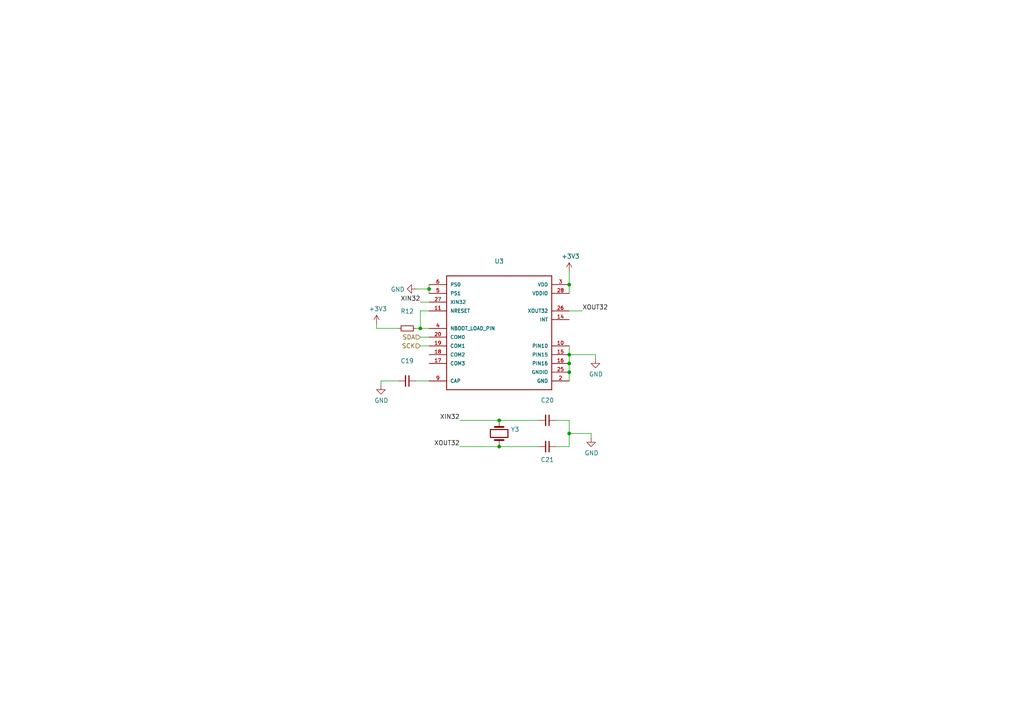
<source format=kicad_sch>
(kicad_sch (version 20211123) (generator eeschema)
  (paper "A4")
  (lib_symbols
    (symbol "Device:C_Small" (pin_numbers hide) (pin_names (offset 0.254) hide)
      (property "Reference" "C" (at 0.254 1.778 0))
      (property "Value" "C_Small" (at 0.254 -2.032 0))
      (symbol "C_Small_0_1"
        (polyline (pts (xy -1.524 -0.508) (xy 1.524 -0.508)) (stroke (width 0.3302)))
        (polyline (pts (xy -1.524 0.508) (xy 1.524 0.508)) (stroke (width 0.3048)))
      )
      (symbol "C_Small_1_1"
        (pin passive line (at 0 2.54 270) (length 2.032) (name "~") (number "1"))
        (pin passive line (at 0 -2.54 90) (length 2.032) (name "~") (number "2"))
      )
    )
    (symbol "Device:Crystal" (pin_numbers hide) (pin_names (offset 1.016) hide)
      (property "Reference" "Y" (at 0 3.81 0))
      (property "Value" "Crystal" (at 0 -3.81 0))
      (symbol "Crystal_0_1"
        (rectangle (start -1.143 2.54) (end 1.143 -2.54) (stroke (width 0.3048)))
        (polyline (pts (xy -2.54 0) (xy -1.905 0)))
        (polyline (pts (xy -1.905 -1.27) (xy -1.905 1.27)) (stroke (width 0.508)))
        (polyline (pts (xy 1.905 -1.27) (xy 1.905 1.27)) (stroke (width 0.508)))
        (polyline (pts (xy 2.54 0) (xy 1.905 0)))
      )
      (symbol "Crystal_1_1"
        (pin passive line (at -3.81 0 0) (length 1.27) (name "1") (number "1"))
        (pin passive line (at 3.81 0 180) (length 1.27) (name "2") (number "2"))
      )
    )
    (symbol "Device:R_Small" (pin_numbers hide) (pin_names (offset 0.254) hide)
      (property "Reference" "R" (at 0.762 0.508 0))
      (property "Value" "R_Small" (at 0.762 -1.016 0))
      (symbol "R_Small_0_1"
        (rectangle (start -0.762 1.778) (end 0.762 -1.778) (stroke (width 0.2032)))
      )
      (symbol "R_Small_1_1"
        (pin passive line (at 0 2.54 270) (length 0.762) (name "~") (number "1"))
        (pin passive line (at 0 -2.54 90) (length 0.762) (name "~") (number "2"))
      )
    )
    (symbol "OpenWave-rescue:BNO055-wattnotions" (pin_names (offset 1.016))
      (property "Reference" "U" (at -14.732 15.748 0))
      (property "Value" "BNO055-wattnotions" (at -14.7574 -19.6088 0))
      (symbol "BNO055-wattnotions_0_0"
        (polyline (pts (xy -15.24 -17.78) (xy 15.24 -17.78)) (stroke (width 0.254)))
        (polyline (pts (xy -15.24 15.24) (xy -15.24 -17.78)) (stroke (width 0.254)))
        (polyline (pts (xy 15.24 -17.78) (xy 15.24 15.24)) (stroke (width 0.254)))
        (polyline (pts (xy 15.24 15.24) (xy -15.24 15.24)) (stroke (width 0.254)))
        (pin power_in line (at 20.32 -5.08 180) (length 5.08) (name "PIN10") (number "10"))
        (pin input line (at -20.32 5.08 0) (length 5.08) (name "NRESET") (number "11"))
        (pin output line (at 20.32 2.54 180) (length 5.08) (name "INT") (number "14"))
        (pin power_in line (at 20.32 -7.62 180) (length 5.08) (name "PIN15") (number "15"))
        (pin power_in line (at 20.32 -10.16 180) (length 5.08) (name "PIN16") (number "16"))
        (pin bidirectional line (at -20.32 -10.16 0) (length 5.08) (name "COM3") (number "17"))
        (pin bidirectional line (at -20.32 -7.62 0) (length 5.08) (name "COM2") (number "18"))
        (pin bidirectional line (at -20.32 -5.08 0) (length 5.08) (name "COM1") (number "19"))
        (pin power_in line (at 20.32 -15.24 180) (length 5.08) (name "GND") (number "2"))
        (pin bidirectional line (at -20.32 -2.54 0) (length 5.08) (name "COM0") (number "20"))
        (pin power_in line (at 20.32 -12.7 180) (length 5.08) (name "GNDIO") (number "25"))
        (pin output line (at 20.32 5.08 180) (length 5.08) (name "XOUT32") (number "26"))
        (pin input line (at -20.32 7.62 0) (length 5.08) (name "XIN32") (number "27"))
        (pin power_in line (at 20.32 10.16 180) (length 5.08) (name "VDDIO") (number "28"))
        (pin power_in line (at 20.32 12.7 180) (length 5.08) (name "VDD") (number "3"))
        (pin bidirectional line (at -20.32 0 0) (length 5.08) (name "NBOOT_LOAD_PIN") (number "4"))
        (pin input line (at -20.32 10.16 0) (length 5.08) (name "PS1") (number "5"))
        (pin input line (at -20.32 12.7 0) (length 5.08) (name "PS0") (number "6"))
        (pin passive line (at -20.32 -15.24 0) (length 5.08) (name "CAP") (number "9"))
      )
    )
    (symbol "power:+3V3" (power) (pin_names (offset 0))
      (property "Value" "+3V3" (at 0 3.556 0))
      (symbol "+3V3_0_1"
        (polyline (pts (xy -0.762 1.27) (xy 0 2.54)))
        (polyline (pts (xy 0 0) (xy 0 2.54)))
        (polyline (pts (xy 0 2.54) (xy 0.762 1.27)))
      )
      (symbol "+3V3_1_1"
        (pin power_in line (at 0 0 90) (length 0) hide (name "+3V3") (number "1"))
      )
    )
    (symbol "power:GND" (power) (pin_names (offset 0))
      (property "Value" "GND" (at 0 -3.81 0))
      (symbol "GND_0_1"
        (polyline (pts (xy 0 0) (xy 0 -1.27) (xy 1.27 -1.27) (xy 0 -2.54) (xy -1.27 -1.27) (xy 0 -1.27)))
      )
      (symbol "GND_1_1"
        (pin power_in line (at 0 0 270) (length 0) hide (name "GND") (number "1"))
      )
    )
  )
  (junction (at 124.46 83.82))
  (junction (at 121.92 95.25))
  (junction (at 165.1 105.41))
  (junction (at 165.1 82.55))
  (junction (at 165.1 107.95))
  (junction (at 144.78 121.92))
  (junction (at 165.1 102.87))
  (junction (at 165.1 125.73))
  (junction (at 144.78 129.54))
  (wire (pts (xy 165.1 110.49) (xy 165.1 107.95)))
  (wire (pts (xy 109.22 95.25) (xy 115.57 95.25)))
  (wire (pts (xy 172.72 102.87) (xy 172.72 104.14)))
  (wire (pts (xy 121.92 90.17) (xy 121.92 95.25)))
  (wire (pts (xy 121.92 97.79) (xy 124.46 97.79)))
  (wire (pts (xy 121.92 87.63) (xy 124.46 87.63)))
  (wire (pts (xy 165.1 107.95) (xy 165.1 105.41)))
  (wire (pts (xy 165.1 78.74) (xy 165.1 82.55)))
  (wire (pts (xy 144.78 121.92) (xy 156.21 121.92)))
  (wire (pts (xy 165.1 102.87) (xy 165.1 105.41)))
  (wire (pts (xy 110.49 111.76) (xy 110.49 110.49)))
  (wire (pts (xy 165.1 90.17) (xy 168.91 90.17)))
  (wire (pts (xy 171.45 125.73) (xy 171.45 127)))
  (wire (pts (xy 165.1 121.92) (xy 165.1 125.73)))
  (wire (pts (xy 133.35 129.54) (xy 144.78 129.54)))
  (wire (pts (xy 121.92 95.25) (xy 124.46 95.25)))
  (wire (pts (xy 133.35 121.92) (xy 144.78 121.92)))
  (wire (pts (xy 165.1 100.33) (xy 165.1 102.87)))
  (wire (pts (xy 124.46 82.55) (xy 124.46 83.82)))
  (wire (pts (xy 120.65 83.82) (xy 124.46 83.82)))
  (wire (pts (xy 124.46 83.82) (xy 124.46 85.09)))
  (wire (pts (xy 165.1 125.73) (xy 165.1 129.54)))
  (wire (pts (xy 110.49 110.49) (xy 115.57 110.49)))
  (wire (pts (xy 124.46 90.17) (xy 121.92 90.17)))
  (wire (pts (xy 165.1 125.73) (xy 171.45 125.73)))
  (wire (pts (xy 161.29 121.92) (xy 165.1 121.92)))
  (wire (pts (xy 120.65 95.25) (xy 121.92 95.25)))
  (wire (pts (xy 165.1 129.54) (xy 161.29 129.54)))
  (wire (pts (xy 120.65 110.49) (xy 124.46 110.49)))
  (wire (pts (xy 165.1 85.09) (xy 165.1 82.55)))
  (wire (pts (xy 121.92 100.33) (xy 124.46 100.33)))
  (wire (pts (xy 109.22 93.98) (xy 109.22 95.25)))
  (wire (pts (xy 144.78 129.54) (xy 156.21 129.54)))
  (wire (pts (xy 165.1 102.87) (xy 172.72 102.87)))
  (label "XOUT32" (at 168.91 90.17 0))
  (label "XOUT32" (at 133.35 129.54 180))
  (label "XIN32" (at 121.92 87.63 180))
  (label "XIN32" (at 133.35 121.92 180))
  (hierarchical_label "SDA" (shape input) (at 121.92 97.79 180))
  (hierarchical_label "SCK" (shape input) (at 121.92 100.33 180))
  (symbol (lib_id "power:GND") (at 172.72 104.14 0) (unit 1)
    (property "Reference" "#PWR0114" (effects hide))
  )
  (symbol (lib_id "power:GND") (at 120.65 83.82 270) (unit 1)
    (property "Reference" "#PWR0115" (effects hide))
  )
  (symbol (lib_id "power:+3V3") (at 165.1 78.74 0) (unit 1)
    (property "Reference" "#PWR0116" (effects hide))
  )
  (symbol (lib_id "Device:Crystal") (at 144.78 125.73 270) (unit 1)
    (property "Reference" "Y3" (at 148.1074 124.5616 90) (effects (justify left)))
  )
  (symbol (lib_id "Device:C_Small") (at 158.75 121.92 270) (unit 1)
    (property "Reference" "C20" (at 158.75 116.1034 90))
  )
  (symbol (lib_id "Device:C_Small") (at 158.75 129.54 270) (unit 1)
    (property "Reference" "C21" (at 158.75 133.35 90))
  )
  (symbol (lib_id "power:GND") (at 171.45 127 0) (unit 1)
    (property "Reference" "#PWR0118" (effects hide))
  )
  (symbol (lib_id "Device:C_Small") (at 118.11 110.49 270) (unit 1)
    (property "Reference" "C19" (at 118.11 104.6734 90))
  )
  (symbol (lib_id "power:GND") (at 110.49 111.76 0) (unit 1)
    (property "Reference" "#PWR0119" (effects hide))
  )
  (symbol (lib_id "Device:R_Small") (at 118.11 95.25 270) (unit 1)
    (property "Reference" "R12" (at 118.11 90.2716 90))
  )
  (symbol (lib_id "power:+3V3") (at 109.22 93.98 0) (unit 1)
    (property "Reference" "#PWR0120" (effects hide))
  )
  (symbol (lib_id "OpenWave-rescue:BNO055-wattnotions") (at 144.78 95.25 0) (unit 1)
    (property "Reference" "U3" (at 144.78 75.7682 0))
    (property "Datasheet" "None" (effects hide))
    (property "Field4" "BNO055" (effects hide))
    (property "Field5" "LGA-28 Bosch" (effects hide))
    (property "Field6" "Unavailable" (effects hide))
    (property "Field7" "Bosch" (effects hide))
    (property "Field8" "BNO055 9-axis Absolute Orientation Sensor _ SiP _ w/Sensors and Sensor Fusion" (effects hide))
  )
)
</source>
